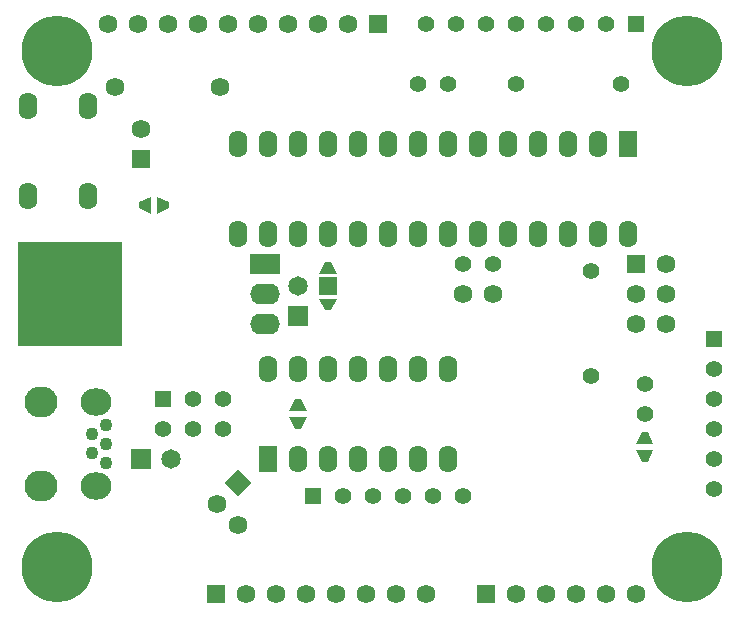
<source format=gbs>
G04 #@! TF.FileFunction,Soldermask,Bot*
%FSLAX46Y46*%
G04 Gerber Fmt 4.6, Leading zero omitted, Abs format (unit mm)*
G04 Created by KiCad (PCBNEW 4.0.2-stable) date 2016 March 27, Sunday 01:25:21*
%MOMM*%
G01*
G04 APERTURE LIST*
%ADD10C,0.150000*%
%ADD11R,1.540000X1.540000*%
%ADD12C,1.100000*%
%ADD13O,2.600000X2.300000*%
%ADD14O,2.800000X2.600000*%
%ADD15C,1.588000*%
%ADD16R,1.588000X1.588000*%
%ADD17R,2.540000X1.750000*%
%ADD18O,2.540000X1.750000*%
%ADD19R,8.890000X8.890000*%
%ADD20C,1.397000*%
%ADD21R,1.397000X1.397000*%
%ADD22O,1.574800X2.286000*%
%ADD23R,1.574800X2.286000*%
%ADD24C,6.000000*%
%ADD25R,1.651000X1.651000*%
%ADD26C,1.651000*%
G04 APERTURE END LIST*
D10*
G36*
X226945000Y-152535000D02*
X226445000Y-152535000D01*
X225945000Y-151535000D01*
X227445000Y-151535000D01*
X226945000Y-152535000D01*
X226945000Y-152535000D01*
G37*
G36*
X227445000Y-149455000D02*
X225945000Y-149455000D01*
X226445000Y-148455000D01*
X226945000Y-148455000D01*
X227445000Y-149455000D01*
X227445000Y-149455000D01*
G37*
D11*
X226695000Y-150495000D03*
D10*
G36*
X253742000Y-165334000D02*
X253242000Y-165334000D01*
X252742000Y-164334000D01*
X254242000Y-164334000D01*
X253742000Y-165334000D01*
X253742000Y-165334000D01*
G37*
G36*
X254242000Y-163834000D02*
X252742000Y-163834000D01*
X253242000Y-162834000D01*
X253742000Y-162834000D01*
X254242000Y-163834000D01*
X254242000Y-163834000D01*
G37*
D12*
X207910000Y-163830000D03*
X207910000Y-165430000D03*
X206710000Y-164630000D03*
X207910000Y-162230000D03*
X206710000Y-163030000D03*
D13*
X207010000Y-160280000D03*
X207010000Y-167380000D03*
D14*
X202360000Y-167380000D03*
X202360000Y-160280000D03*
D15*
X208661000Y-133604000D03*
X217551000Y-133604000D03*
X210820000Y-137160000D03*
D16*
X210820000Y-139700000D03*
D10*
G36*
X219075000Y-168236835D02*
X217952114Y-167113949D01*
X219075000Y-165991063D01*
X220197886Y-167113949D01*
X219075000Y-168236835D01*
X219075000Y-168236835D01*
G37*
D15*
X217278949Y-168910000D03*
X219075000Y-170706051D03*
X238125000Y-151130000D03*
X240665000Y-151130000D03*
D16*
X252744000Y-148640013D03*
D15*
X255284000Y-148640013D03*
X252744000Y-151180013D03*
X255284000Y-151180013D03*
X252744000Y-153720013D03*
X255284000Y-153720013D03*
D16*
X230886000Y-128270000D03*
D15*
X228346000Y-128270000D03*
X225806000Y-128270000D03*
X223266000Y-128270000D03*
X220726000Y-128270000D03*
X218186000Y-128270000D03*
X215646000Y-128270000D03*
X213106000Y-128270000D03*
X210566000Y-128270000D03*
X208026000Y-128270000D03*
D16*
X240030000Y-176530000D03*
D15*
X242570000Y-176530000D03*
X245110000Y-176530000D03*
X247650000Y-176530000D03*
X250190000Y-176530000D03*
X252730000Y-176530000D03*
D16*
X217170000Y-176530000D03*
D15*
X219710000Y-176530000D03*
X222250000Y-176530000D03*
X224790000Y-176530000D03*
X227330000Y-176530000D03*
X229870000Y-176530000D03*
X232410000Y-176530000D03*
X234950000Y-176530000D03*
D17*
X221361000Y-148590000D03*
D18*
X221361000Y-153670000D03*
X221361000Y-151130000D03*
D19*
X204851000Y-151130000D03*
D20*
X215265000Y-162560000D03*
X215265000Y-160020000D03*
X217805000Y-162560000D03*
X217805000Y-160020000D03*
X236855000Y-133350000D03*
X234315000Y-133350000D03*
X238125000Y-148590000D03*
X240665000Y-148590000D03*
X253492000Y-158750000D03*
X253492000Y-161290000D03*
D21*
X212725000Y-160020000D03*
D20*
X212725000Y-162560000D03*
D10*
G36*
X224405000Y-162540000D02*
X223905000Y-162540000D01*
X223405000Y-161540000D01*
X224905000Y-161540000D01*
X224405000Y-162540000D01*
X224405000Y-162540000D01*
G37*
G36*
X224905000Y-161040000D02*
X223405000Y-161040000D01*
X223905000Y-160040000D01*
X224405000Y-160040000D01*
X224905000Y-161040000D01*
X224905000Y-161040000D01*
G37*
D21*
X252730000Y-128270000D03*
D20*
X250190000Y-128270000D03*
X247650000Y-128270000D03*
X245110000Y-128270000D03*
X242570000Y-128270000D03*
X240030000Y-128270000D03*
X237490000Y-128270000D03*
X234950000Y-128270000D03*
D21*
X259334000Y-154940000D03*
D20*
X259334000Y-157480000D03*
X259334000Y-160020000D03*
X259334000Y-162560000D03*
X259334000Y-165100000D03*
X259334000Y-167640000D03*
D21*
X225425000Y-168275000D03*
D20*
X227965000Y-168275000D03*
X230505000Y-168275000D03*
X233045000Y-168275000D03*
X235585000Y-168275000D03*
X238125000Y-168275000D03*
X251460000Y-133350000D03*
X242570000Y-133350000D03*
X248920000Y-149225000D03*
X248920000Y-158115000D03*
D22*
X201295000Y-135255000D03*
X206375000Y-135255000D03*
X201295000Y-142875000D03*
X206375000Y-142875000D03*
D23*
X221615000Y-165100000D03*
D22*
X224155000Y-165100000D03*
X226695000Y-165100000D03*
X229235000Y-165100000D03*
X231775000Y-165100000D03*
X234315000Y-165100000D03*
X236855000Y-165100000D03*
X236855000Y-157480000D03*
X234315000Y-157480000D03*
X231775000Y-157480000D03*
X229235000Y-157480000D03*
X226695000Y-157480000D03*
X224155000Y-157480000D03*
X221615000Y-157480000D03*
X249555000Y-138430000D03*
X247015000Y-138430000D03*
X244475000Y-138430000D03*
X241935000Y-138430000D03*
X239395000Y-138430000D03*
X236855000Y-138430000D03*
X234315000Y-138430000D03*
X231775000Y-138430000D03*
X229235000Y-138430000D03*
X226695000Y-138430000D03*
X224155000Y-138430000D03*
X221615000Y-138430000D03*
X219075000Y-138430000D03*
D23*
X252095000Y-138430000D03*
D22*
X219075000Y-146050000D03*
X221615000Y-146050000D03*
X224155000Y-146050000D03*
X226695000Y-146050000D03*
X229235000Y-146050000D03*
X231775000Y-146050000D03*
X234315000Y-146050000D03*
X236855000Y-146050000D03*
X239395000Y-146050000D03*
X241935000Y-146050000D03*
X244475000Y-146050000D03*
X247015000Y-146050000D03*
X249555000Y-146050000D03*
X252095000Y-146050000D03*
D24*
X203708000Y-130556000D03*
X257048000Y-130556000D03*
X203708000Y-174244000D03*
X257048000Y-174244000D03*
D25*
X224155000Y-153035000D03*
D26*
X224155000Y-150495000D03*
D25*
X210820000Y-165100000D03*
D26*
X213360000Y-165100000D03*
D10*
G36*
X210701000Y-143887000D02*
X210701000Y-143387000D01*
X211701000Y-142887000D01*
X211701000Y-144387000D01*
X210701000Y-143887000D01*
X210701000Y-143887000D01*
G37*
G36*
X212225000Y-144387000D02*
X212225000Y-142887000D01*
X213225000Y-143387000D01*
X213225000Y-143887000D01*
X212225000Y-144387000D01*
X212225000Y-144387000D01*
G37*
M02*

</source>
